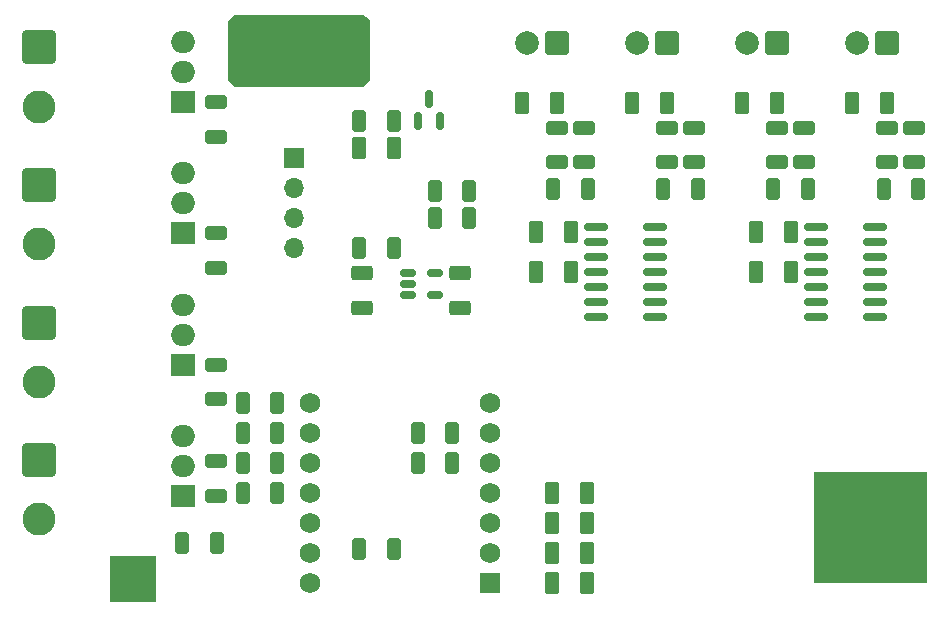
<source format=gbr>
%TF.GenerationSoftware,KiCad,Pcbnew,9.0.0*%
%TF.CreationDate,2025-04-18T19:56:47-04:00*%
%TF.ProjectId,TEMP_ctrl,54454d50-5f63-4747-926c-2e6b69636164,rev?*%
%TF.SameCoordinates,Original*%
%TF.FileFunction,Soldermask,Top*%
%TF.FilePolarity,Negative*%
%FSLAX46Y46*%
G04 Gerber Fmt 4.6, Leading zero omitted, Abs format (unit mm)*
G04 Created by KiCad (PCBNEW 9.0.0) date 2025-04-18 19:56:47*
%MOMM*%
%LPD*%
G01*
G04 APERTURE LIST*
G04 Aperture macros list*
%AMRoundRect*
0 Rectangle with rounded corners*
0 $1 Rounding radius*
0 $2 $3 $4 $5 $6 $7 $8 $9 X,Y pos of 4 corners*
0 Add a 4 corners polygon primitive as box body*
4,1,4,$2,$3,$4,$5,$6,$7,$8,$9,$2,$3,0*
0 Add four circle primitives for the rounded corners*
1,1,$1+$1,$2,$3*
1,1,$1+$1,$4,$5*
1,1,$1+$1,$6,$7*
1,1,$1+$1,$8,$9*
0 Add four rect primitives between the rounded corners*
20,1,$1+$1,$2,$3,$4,$5,0*
20,1,$1+$1,$4,$5,$6,$7,0*
20,1,$1+$1,$6,$7,$8,$9,0*
20,1,$1+$1,$8,$9,$2,$3,0*%
G04 Aperture macros list end*
%ADD10C,0.100000*%
%ADD11R,2.000000X1.905000*%
%ADD12O,2.000000X1.905000*%
%ADD13RoundRect,0.250001X-1.149999X1.149999X-1.149999X-1.149999X1.149999X-1.149999X1.149999X1.149999X0*%
%ADD14C,2.800000*%
%ADD15RoundRect,0.266521X0.346479X0.671479X-0.346479X0.671479X-0.346479X-0.671479X0.346479X-0.671479X0*%
%ADD16RoundRect,0.265778X0.332222X0.647222X-0.332222X0.647222X-0.332222X-0.647222X0.332222X-0.647222X0*%
%ADD17RoundRect,0.265778X-0.332222X-0.647222X0.332222X-0.647222X0.332222X0.647222X-0.332222X0.647222X0*%
%ADD18RoundRect,0.266521X-0.346479X-0.671479X0.346479X-0.671479X0.346479X0.671479X-0.346479X0.671479X0*%
%ADD19RoundRect,0.150000X-0.825000X-0.150000X0.825000X-0.150000X0.825000X0.150000X-0.825000X0.150000X0*%
%ADD20RoundRect,0.265778X0.647222X-0.332222X0.647222X0.332222X-0.647222X0.332222X-0.647222X-0.332222X0*%
%ADD21RoundRect,0.265778X-0.647222X0.332222X-0.647222X-0.332222X0.647222X-0.332222X0.647222X0.332222X0*%
%ADD22RoundRect,0.150000X-0.512500X-0.150000X0.512500X-0.150000X0.512500X0.150000X-0.512500X0.150000X0*%
%ADD23RoundRect,0.250000X0.750000X0.750000X-0.750000X0.750000X-0.750000X-0.750000X0.750000X-0.750000X0*%
%ADD24C,2.000000*%
%ADD25RoundRect,0.266521X-0.671479X0.346479X-0.671479X-0.346479X0.671479X-0.346479X0.671479X0.346479X0*%
%ADD26RoundRect,0.150000X0.150000X-0.587500X0.150000X0.587500X-0.150000X0.587500X-0.150000X-0.587500X0*%
%ADD27R,1.700000X1.700000*%
%ADD28O,1.700000X1.700000*%
%ADD29R,4.000000X4.000000*%
%ADD30RoundRect,0.102000X0.765000X0.765000X-0.765000X0.765000X-0.765000X-0.765000X0.765000X-0.765000X0*%
%ADD31C,1.734000*%
G04 APERTURE END LIST*
D10*
X142600000Y-91200000D02*
X142600000Y-96300000D01*
X142150000Y-96750000D01*
X131200000Y-96750000D01*
X130700000Y-96250000D01*
X130700000Y-91250000D01*
X131200000Y-90750000D01*
X142150000Y-90750000D01*
X142600000Y-91200000D01*
G36*
X142600000Y-91200000D02*
G01*
X142600000Y-96300000D01*
X142150000Y-96750000D01*
X131200000Y-96750000D01*
X130700000Y-96250000D01*
X130700000Y-91250000D01*
X131200000Y-90750000D01*
X142150000Y-90750000D01*
X142600000Y-91200000D01*
G37*
X180325000Y-129450000D02*
X189775000Y-129450000D01*
X189775000Y-138750000D01*
X180325000Y-138750000D01*
X180325000Y-129450000D01*
G36*
X180325000Y-129450000D02*
G01*
X189775000Y-129450000D01*
X189775000Y-138750000D01*
X180325000Y-138750000D01*
X180325000Y-129450000D01*
G37*
D11*
%TO.C,Q2*%
X126900000Y-98155000D03*
D12*
X126900000Y-95615000D03*
X126900000Y-93075000D03*
%TD*%
D13*
%TO.C,J10*%
X114700000Y-116825000D03*
D14*
X114700000Y-121825000D03*
%TD*%
D15*
%TO.C,C11*%
X177166667Y-98250000D03*
X174206667Y-98250000D03*
%TD*%
D16*
%TO.C,R9*%
X170476667Y-105500000D03*
X167556667Y-105500000D03*
%TD*%
D17*
%TO.C,R18*%
X141810000Y-99750000D03*
X144730000Y-99750000D03*
%TD*%
D18*
%TO.C,C6*%
X158100000Y-131240000D03*
X161060000Y-131240000D03*
%TD*%
D19*
%TO.C,U1*%
X161879167Y-108767500D03*
X161879167Y-110037500D03*
X161879167Y-111307500D03*
X161879167Y-112577500D03*
X161879167Y-113847500D03*
X161879167Y-115117500D03*
X161879167Y-116387500D03*
X166829167Y-116387500D03*
X166829167Y-115117500D03*
X166829167Y-113847500D03*
X166829167Y-112577500D03*
X166829167Y-111307500D03*
X166829167Y-110037500D03*
X166829167Y-108767500D03*
%TD*%
D18*
%TO.C,C7*%
X158100000Y-133780000D03*
X161060000Y-133780000D03*
%TD*%
%TO.C,C9*%
X158100000Y-138860000D03*
X161060000Y-138860000D03*
%TD*%
%TO.C,C8*%
X158100000Y-136320000D03*
X161060000Y-136320000D03*
%TD*%
D16*
%TO.C,R17*%
X189110000Y-105500000D03*
X186190000Y-105500000D03*
%TD*%
D20*
%TO.C,R24*%
X129700000Y-123291667D03*
X129700000Y-120371667D03*
%TD*%
D21*
%TO.C,R13*%
X179475000Y-100340000D03*
X179475000Y-103260000D03*
%TD*%
D22*
%TO.C,U3*%
X145937500Y-112587500D03*
X145937500Y-113537500D03*
X145937500Y-114487500D03*
X148212500Y-114487500D03*
X148212500Y-112587500D03*
%TD*%
D13*
%TO.C,J12*%
X114700000Y-128475000D03*
D14*
X114700000Y-133475000D03*
%TD*%
D21*
%TO.C,R8*%
X170150000Y-100340000D03*
X170150000Y-103260000D03*
%TD*%
D15*
%TO.C,C2*%
X159755000Y-112577500D03*
X156795000Y-112577500D03*
%TD*%
D16*
%TO.C,R4*%
X161160000Y-105500000D03*
X158240000Y-105500000D03*
%TD*%
D21*
%TO.C,R3*%
X160850000Y-100340000D03*
X160850000Y-103260000D03*
%TD*%
D23*
%TO.C,J1*%
X158550000Y-93150000D03*
D24*
X156010000Y-93150000D03*
%TD*%
D21*
%TO.C,R25*%
X129700000Y-128560000D03*
X129700000Y-131480000D03*
%TD*%
D16*
%TO.C,R28*%
X149660000Y-128700000D03*
X146740000Y-128700000D03*
%TD*%
D17*
%TO.C,R5*%
X148212500Y-107975000D03*
X151132500Y-107975000D03*
%TD*%
D16*
%TO.C,R6*%
X151132500Y-105675000D03*
X148212500Y-105675000D03*
%TD*%
%TO.C,R19*%
X134860000Y-123620000D03*
X131940000Y-123620000D03*
%TD*%
D20*
%TO.C,R23*%
X129700000Y-101075000D03*
X129700000Y-98155000D03*
%TD*%
D25*
%TO.C,C10*%
X142000000Y-112587500D03*
X142000000Y-115547500D03*
%TD*%
D15*
%TO.C,C15*%
X144730000Y-102050000D03*
X141770000Y-102050000D03*
%TD*%
D21*
%TO.C,R12*%
X186475000Y-100340000D03*
X186475000Y-103260000D03*
%TD*%
D13*
%TO.C,J9*%
X114700000Y-93525000D03*
D14*
X114700000Y-98525000D03*
%TD*%
D16*
%TO.C,R20*%
X134860000Y-126160000D03*
X131940000Y-126160000D03*
%TD*%
D26*
%TO.C,Q3*%
X146750000Y-99750000D03*
X148650000Y-99750000D03*
X147700000Y-97875000D03*
%TD*%
D21*
%TO.C,R11*%
X177166667Y-100340000D03*
X177166667Y-103260000D03*
%TD*%
D15*
%TO.C,C13*%
X158550000Y-98250000D03*
X155590000Y-98250000D03*
%TD*%
D11*
%TO.C,Q5*%
X126900000Y-131480000D03*
D12*
X126900000Y-128940000D03*
X126900000Y-126400000D03*
%TD*%
D15*
%TO.C,C3*%
X178380000Y-112577500D03*
X175420000Y-112577500D03*
%TD*%
D27*
%TO.C,J7*%
X136300000Y-102900000D03*
D28*
X136300000Y-105440000D03*
X136300000Y-107980000D03*
X136300000Y-110520000D03*
%TD*%
D16*
%TO.C,R22*%
X134860000Y-131240000D03*
X131940000Y-131240000D03*
%TD*%
D20*
%TO.C,R26*%
X129700000Y-112183333D03*
X129700000Y-109263333D03*
%TD*%
D16*
%TO.C,R21*%
X134860000Y-128700000D03*
X131940000Y-128700000D03*
%TD*%
D17*
%TO.C,R10*%
X141815000Y-110500000D03*
X144735000Y-110500000D03*
%TD*%
D23*
%TO.C,J4*%
X186475000Y-93150000D03*
D24*
X183935000Y-93150000D03*
%TD*%
D15*
%TO.C,C12*%
X186475000Y-98250000D03*
X183515000Y-98250000D03*
%TD*%
D17*
%TO.C,R1*%
X141815000Y-136000000D03*
X144735000Y-136000000D03*
%TD*%
D19*
%TO.C,U4*%
X180500000Y-108767500D03*
X180500000Y-110037500D03*
X180500000Y-111307500D03*
X180500000Y-112577500D03*
X180500000Y-113847500D03*
X180500000Y-115117500D03*
X180500000Y-116387500D03*
X185450000Y-116387500D03*
X185450000Y-115117500D03*
X185450000Y-113847500D03*
X185450000Y-112577500D03*
X185450000Y-111307500D03*
X185450000Y-110037500D03*
X185450000Y-108767500D03*
%TD*%
D21*
%TO.C,R14*%
X188800000Y-100340000D03*
X188800000Y-103260000D03*
%TD*%
D23*
%TO.C,J3*%
X167858333Y-93150000D03*
D24*
X165318333Y-93150000D03*
%TD*%
D17*
%TO.C,R15*%
X126830000Y-135500000D03*
X129750000Y-135500000D03*
%TD*%
D11*
%TO.C,Q4*%
X126900000Y-120371667D03*
D12*
X126900000Y-117831667D03*
X126900000Y-115291667D03*
%TD*%
D13*
%TO.C,J11*%
X114700000Y-105175000D03*
D14*
X114700000Y-110175000D03*
%TD*%
D11*
%TO.C,Q1*%
X126900000Y-109263333D03*
D12*
X126900000Y-106723333D03*
X126900000Y-104183333D03*
%TD*%
D16*
%TO.C,R16*%
X179793333Y-105500000D03*
X176873333Y-105500000D03*
%TD*%
D29*
%TO.C,J6*%
X122625000Y-138500000D03*
%TD*%
D25*
%TO.C,C1*%
X150350000Y-112587500D03*
X150350000Y-115547500D03*
%TD*%
D30*
%TO.C,U2*%
X152907500Y-138860000D03*
D31*
X152907500Y-136320000D03*
X152907500Y-133780000D03*
X152907500Y-131240000D03*
X152907500Y-128700000D03*
X152907500Y-126160000D03*
X152907500Y-123620000D03*
X137667500Y-123620000D03*
X137667500Y-126160000D03*
X137667500Y-128700000D03*
X137667500Y-131240000D03*
X137667500Y-133780000D03*
X137667500Y-136320000D03*
X137667500Y-138860000D03*
%TD*%
D15*
%TO.C,C14*%
X167858333Y-98250000D03*
X164898333Y-98250000D03*
%TD*%
D23*
%TO.C,J2*%
X177166667Y-93150000D03*
D24*
X174626667Y-93150000D03*
%TD*%
D18*
%TO.C,C4*%
X156795000Y-109150000D03*
X159755000Y-109150000D03*
%TD*%
D21*
%TO.C,R2*%
X158550000Y-100340000D03*
X158550000Y-103260000D03*
%TD*%
%TO.C,R7*%
X167858333Y-100340000D03*
X167858333Y-103260000D03*
%TD*%
D16*
%TO.C,R27*%
X149660000Y-126160000D03*
X146740000Y-126160000D03*
%TD*%
D18*
%TO.C,C5*%
X175420000Y-109150000D03*
X178380000Y-109150000D03*
%TD*%
M02*

</source>
